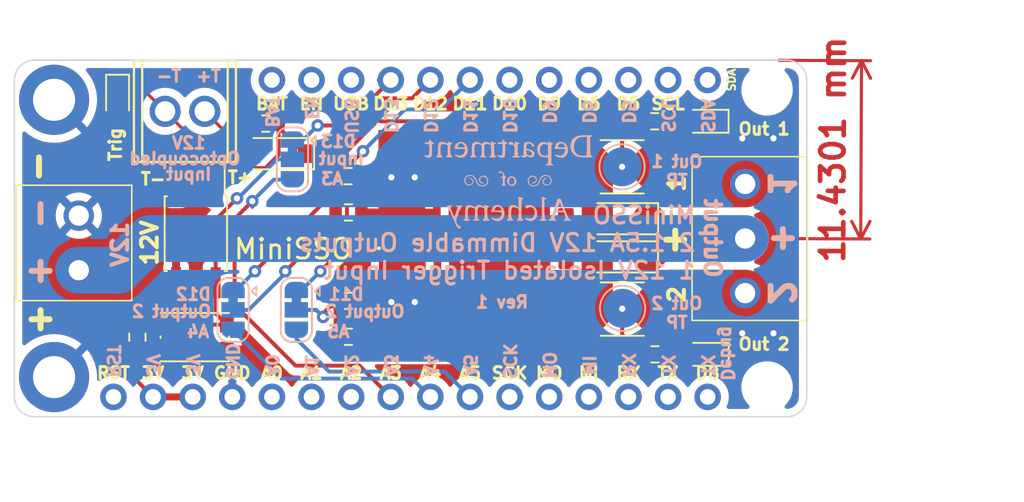
<source format=kicad_pcb>
(kicad_pcb (version 20211014) (generator pcbnew)
  (layers (0 "F.Cu" signal) (31 "B.Cu" signal) (34 "B.Paste" user) (35 "F.Paste" user) (36 "B.SilkS" user "B.Silkscreen") (37 "F.SilkS" user "F.Silkscreen") (38 "B.Mask" user) (39 "F.Mask" user) (44 "Edge.Cuts" user))
  (net 0 "")
  (net 1 "Net-(D2-Pad1)")
  (net 2 "/TRIGGER-")
  (net 3 "GND")
  (net 4 "/TXD0")
  (net 5 "/TX")
  (net 6 "/RX")
  (net 7 "/MISO")
  (net 8 "/MOSI")
  (net 9 "/SCK")
  (net 10 "/A5")
  (net 11 "/A4")
  (net 12 "/A3")
  (net 13 "/A2")
  (net 14 "/A1")
  (net 15 "/A0")
  (net 16 "+3V3")
  (net 17 "/RESET")
  (net 18 "+BATT")
  (net 19 "/EN")
  (net 20 "VBUS")
  (net 21 "/D13")
  (net 22 "/D12")
  (net 23 "/D11")
  (net 24 "/D10")
  (net 25 "/D9")
  (net 26 "/D6")
  (net 27 "/D5")
  (net 28 "/SCL")
  (net 29 "/SDA")
  (net 30 "/TRIGGER+")
  (net 31 "/ISO_INPUT")
  (net 32 "Net-(D1-Pad2)")
  (net 33 "Net-(D3-Pad2)")
  (net 34 "Net-(D4-Pad2)")
  (net 35 "/OutputGnd1")
  (net 36 "Net-(Q1-Pad1)")
  (net 37 "/DataOutput1PWM")
  (net 38 "+12V")
  (net 39 "/OutputGnd2")
  (net 40 "/DataOutput2PWM")
  (net 41 "Net-(D5-Pad2)")
  (net 42 "Net-(D6-Pad2)")
  (net 43 "Net-(Q2-Pad1)")
  (footprint "doa-footprint-library:TO229P991X239-3N" (layer "F.Cu") (at 147.95 84.9 -90)
    (fp_text reference "Q2" hide)
    (fp_text value "MCU30N02-TP")
    (pad "1" smd rect (at -2.3 6.25 270) (size 1.4 3) (layers "F.Cu" "F.Paste" "F.Mask") (net 43 "Net-(Q2-Pad1)"))
    (pad "3" smd rect (at 2.3 6.25 270) (size 1.4 3) (layers "F.Cu" "F.Paste" "F.Mask") (net 3 "GND"))
    (pad "4" smd rect (at 0 0 270) (size 6 6.5) (layers "F.Cu" "F.Paste" "F.Mask") (net 42 "Net-(D6-Pad2)"))
  )
  (footprint "LED_SMD:LED_0603_1608Metric" (layer "F.Cu") (at 123.444 71.9075 -90)
    (fp_text reference "D1" hide)
    (fp_text value "LED ORANGE" hide)
    (pad "1" smd roundrect locked (at -0.7875 0 270) (size 0.875 0.95) (layers "F.Cu" "F.Paste" "F.Mask") (net 2 "/TRIGGER-"))
    (pad "2" smd roundrect locked (at 0.7875 0 270) (size 0.875 0.95) (layers "F.Cu" "F.Paste" "F.Mask") (net 32 "Net-(D1-Pad2)"))
  )
  (footprint "MountingHole:MountingHole_2.7mm_M2.5_ISO14580_Pad" (layer "F.Cu") (at 119.370725 72.029269)
    (fp_text reference "H1" hide)
    (fp_text value "MountingHole_Pad" hide)
    (pad "1" thru_hole circle locked (at 0 0) (size 4.5 4.5) (drill 2.7) (layers *.Cu *.Mask) (net 3 "GND"))
  )
  (footprint "Diode_SMD:D_SOD-123" (layer "F.Cu") (at 155.8544 79.6544 180)
    (fp_text reference "D4" hide)
    (fp_text value "SBA130AS_R1_00001" hide)
    (pad "1" smd rect locked (at -1.65 0 180) (size 0.9 1.2) (layers "F.Cu" "F.Paste" "F.Mask") (net 38 "+12V"))
    (pad "2" smd rect locked (at 1.65 0 180) (size 0.9 1.2) (layers "F.Cu" "F.Paste" "F.Mask") (net 34 "Net-(D4-Pad2)"))
  )
  (footprint "Resistor_SMD:R_0603_1608Metric" (layer "F.Cu") (at 138.25 84.925)
    (fp_text reference "R7" hide)
    (fp_text value "470" hide)
    (pad "1" smd roundrect locked (at -0.825 0) (size 0.8 0.95) (layers "F.Cu" "F.Paste" "F.Mask") (net 40 "/DataOutput2PWM"))
    (pad "2" smd roundrect locked (at 0.825 0) (size 0.8 0.95) (layers "F.Cu" "F.Paste" "F.Mask") (net 43 "Net-(Q2-Pad1)"))
  )
  (footprint "doa-footprint-library:PinHeaderPlain_1x12_P2.54mm_Vertical" (layer "F.Cu") (at 133.340725 70.759269 90)
    (fp_text reference "J5" hide)
    (fp_text value "Conn_01x12" hide)
    (pad "1" thru_hole oval (at 0 0 90) (size 1.7 1.7) (drill 1) (layers *.Cu *.Mask) (net 18 "+BATT"))
    (pad "2" thru_hole oval (at 0 2.54 90) (size 1.7 1.7) (drill 1) (layers *.Cu *.Mask) (net 19 "/EN"))
    (pad "3" thru_hole oval (at 0 5.08 90) (size 1.7 1.7) (drill 1) (layers *.Cu *.Mask) (net 20 "VBUS"))
    (pad "4" thru_hole oval (at 0 7.62 90) (size 1.7 1.7) (drill 1) (layers *.Cu *.Mask) (net 21 "/D13"))
    (pad "5" thru_hole oval (at 0 10.16 90) (size 1.7 1.7) (drill 1) (layers *.Cu *.Mask) (net 22 "/D12"))
    (pad "6" thru_hole oval (at 0 12.7 90) (size 1.7 1.7) (drill 1) (layers *.Cu *.Mask) (net 23 "/D11"))
    (pad "7" thru_hole oval (at 0 15.24 90) (size 1.7 1.7) (drill 1) (layers *.Cu *.Mask) (net 24 "/D10"))
    (pad "8" thru_hole oval (at 0 17.78 90) (size 1.7 1.7) (drill 1) (layers *.Cu *.Mask) (net 25 "/D9"))
    (pad "9" thru_hole oval (at 0 20.32 90) (size 1.7 1.7) (drill 1) (layers *.Cu *.Mask) (net 26 "/D6"))
    (pad "10" thru_hole oval (at 0 22.86 90) (size 1.7 1.7) (drill 1) (layers *.Cu *.Mask) (net 27 "/D5"))
    (pad "11" thru_hole oval (at 0 25.4 90) (size 1.7 1.7) (drill 1) (layers *.Cu *.Mask) (net 28 "/SCL"))
    (pad "12" thru_hole oval (at 0 27.94 90) (size 1.7 1.7) (drill 1) (layers *.Cu *.Mask) (net 29 "/SDA"))
  )
  (footprint "Diode_SMD:D_SOD-123" (layer "F.Cu") (at 155.85 82.1 180)
    (fp_text reference "D6" hide)
    (fp_text value "SBA130AS_R1_00001" hide)
    (pad "1" smd rect locked (at -1.65 0 180) (size 0.9 1.2) (layers "F.Cu" "F.Paste" "F.Mask") (net 38 "+12V"))
    (pad "2" smd rect locked (at 1.65 0 180) (size 0.9 1.2) (layers "F.Cu" "F.Paste" "F.Mask") (net 42 "Net-(D6-Pad2)"))
  )
  (footprint "LED_SMD:LED_0603_1608Metric" (layer "F.Cu") (at 161.15 88.35 180)
    (fp_text reference "D5" hide)
    (fp_text value "LED GREEN" hide)
    (pad "1" smd roundrect locked (at -0.7875 0 180) (size 0.875 0.95) (layers "F.Cu" "F.Paste" "F.Mask") (net 3 "GND"))
    (pad "2" smd roundrect locked (at 0.7875 0 180) (size 0.875 0.95) (layers "F.Cu" "F.Paste" "F.Mask") (net 41 "Net-(D5-Pad2)"))
  )
  (footprint "MountingHole:MountingHole_2.7mm_M2.5_ISO14580" (layer "F.Cu") (at 165.090725 90.444269)
    (fp_text reference "H4" hide)
    (fp_text value "MountingHole" hide)
    (pad "" np_thru_hole circle locked (at 0 0) (size 2.286 2.286) (drill 2.286) (layers F&B.Cu *.Mask))
  )
  (footprint "doa-footprint-library:691214110002" (layer "F.Cu") (at 120.9548 82.9564 90)
    (fp_text reference "J2" hide)
    (fp_text value "Conn_01x02" hide)
    (pad "1" thru_hole circle (at 0 0 90) (size 1.95 1.95) (drill 1.3) (layers *.Cu *.Mask) (net 38 "+12V"))
    (pad "2" thru_hole circle (at 3.5 0 90) (size 1.95 1.95) (drill 1.3) (layers *.Cu *.Mask) (net 3 "GND"))
  )
  (footprint "MountingHole:MountingHole_2.7mm_M2.5_ISO14580_Pad" (layer "F.Cu") (at 119.370725 89.809269)
    (fp_text reference "H3" hide)
    (fp_text value "MountingHole_Pad" hide)
    (pad "1" thru_hole circle locked (at 0 0) (size 4.5 4.5) (drill 2.7) (layers *.Cu *.Mask) (net 3 "GND"))
  )
  (footprint "Resistor_SMD:R_0603_1608Metric" (layer "F.Cu") (at 138.25 87.225)
    (fp_text reference "R6" hide)
    (fp_text value "10K" hide)
    (pad "1" smd roundrect locked (at -0.825 0) (size 0.8 0.95) (layers "F.Cu" "F.Paste" "F.Mask") (net 40 "/DataOutput2PWM"))
    (pad "2" smd roundrect locked (at 0.825 0) (size 0.8 0.95) (layers "F.Cu" "F.Paste" "F.Mask") (net 3 "GND"))
  )
  (footprint "LED_SMD:LED_0603_1608Metric" (layer "F.Cu") (at 161.1376 73.406 180)
    (fp_text reference "D3" hide)
    (fp_text value "LED GREEN" hide)
    (pad "1" smd roundrect locked (at -0.7875 0 180) (size 0.875 0.95) (layers "F.Cu" "F.Paste" "F.Mask") (net 3 "GND"))
    (pad "2" smd roundrect locked (at 0.7875 0 180) (size 0.875 0.95) (layers "F.Cu" "F.Paste" "F.Mask") (net 33 "Net-(D3-Pad2)"))
  )
  (footprint "doa-footprint-library:TO229P991X239-3N" (layer "F.Cu") (at 147.91885 76.962 -90)
    (fp_text reference "Q1" hide)
    (fp_text value "MCU30N02-TP" hide)
    (pad "1" smd rect (at -2.3 6.25 270) (size 1.4 3) (layers "F.Cu" "F.Paste" "F.Mask") (net 36 "Net-(Q1-Pad1)"))
    (pad "3" smd rect (at 2.3 6.25 270) (size 1.4 3) (layers "F.Cu" "F.Paste" "F.Mask") (net 3 "GND"))
    (pad "4" smd rect (at 0 0 270) (size 6 6.5) (layers "F.Cu" "F.Paste" "F.Mask") (net 34 "Net-(D4-Pad2)"))
  )
  (footprint "Resistor_SMD:R_0603_1608Metric" (layer "F.Cu") (at 138.25 79.25)
    (fp_text reference "R3" hide)
    (fp_text value "10K" hide)
    (pad "1" smd roundrect locked (at -0.825 0) (size 0.8 0.95) (layers "F.Cu" "F.Paste" "F.Mask") (net 37 "/DataOutput1PWM"))
    (pad "2" smd roundrect locked (at 0.825 0) (size 0.8 0.95) (layers "F.Cu" "F.Paste" "F.Mask") (net 3 "GND"))
  )
  (footprint "doa-footprint-library:OSTVN02A150" (layer "F.Cu") (at 129.032 72.771)
    (fp_text reference "J1" hide)
    (fp_text value "Conn_01x02" hide)
    (pad "1" thru_hole circle (at -2.54 0) (size 2 2) (drill 1.3) (layers *.Cu *.Mask) (net 2 "/TRIGGER-"))
    (pad "2" thru_hole circle (at 0 0) (size 2 2) (drill 1.3) (layers *.Cu *.Mask) (net 30 "/TRIGGER+"))
  )
  (footprint "Resistor_SMD:R_0603_1608Metric" (layer "F.Cu") (at 132.946525 73.553269)
    (fp_text reference "R11" hide)
    (fp_text value "470" hide)
    (pad "1" smd roundrect locked (at -0.825 0) (size 0.8 0.95) (layers "F.Cu" "F.Paste" "F.Mask") (net 30 "/TRIGGER+"))
    (pad "2" smd roundrect locked (at 0.825 0) (size 0.8 0.95) (layers "F.Cu" "F.Paste" "F.Mask") (net 1 "Net-(D2-Pad1)"))
  )
  (footprint "Resistor_SMD:R_0603_1608Metric" (layer "F.Cu") (at 157.9 88.35)
    (fp_text reference "R5" hide)
    (fp_text value "68" hide)
    (pad "1" smd roundrect locked (at -0.825 0) (size 0.8 0.95) (layers "F.Cu" "F.Paste" "F.Mask") (net 40 "/DataOutput2PWM"))
    (pad "2" smd roundrect locked (at 0.825 0) (size 0.8 0.95) (layers "F.Cu" "F.Paste" "F.Mask") (net 41 "Net-(D5-Pad2)"))
  )
  (footprint "Resistor_SMD:R_0603_1608Metric" (layer "F.Cu") (at 124.714 87.249 90)
    (fp_text reference "R12" hide)
    (fp_text value "1k" hide)
    (pad "1" smd roundrect locked (at -0.825 0 90) (size 0.8 0.95) (layers "F.Cu" "F.Paste" "F.Mask") (net 16 "+3V3"))
    (pad "2" smd roundrect locked (at 0.825 0 90) (size 0.8 0.95) (layers "F.Cu" "F.Paste" "F.Mask") (net 31 "/ISO_INPUT"))
  )
  (footprint "Fuse:Fuse_1812_4532Metric" (layer "F.Cu") (at 155.79285 76.327)
    (fp_text reference "F1" hide)
    (fp_text value "0ZCG0160BF2C" hide)
    (pad "1" smd roundrect locked (at -2.1375 0) (size 1.125 3.4) (layers "F.Cu" "F.Paste" "F.Mask") (roundrect_rratio 0.2222222222) (net 34 "Net-(D4-Pad2)"))
    (pad "2" smd roundrect locked (at 2.1375 0) (size 1.125 3.4) (layers "F.Cu" "F.Paste" "F.Mask") (roundrect_rratio 0.2222222222) (net 35 "/OutputGnd1"))
  )
  (footprint "Fuse:Fuse_1812_4532Metric" (layer "F.Cu") (at 155.8 85.45)
    (fp_text reference "F2" hide)
    (fp_text value "0ZCG0160BF2C" hide)
    (pad "1" smd roundrect locked (at -2.1375 0) (size 1.125 3.4) (layers "F.Cu" "F.Paste" "F.Mask") (roundrect_rratio 0.2222222222) (net 42 "Net-(D6-Pad2)"))
    (pad "2" smd roundrect locked (at 2.1375 0) (size 1.125 3.4) (layers "F.Cu" "F.Paste" "F.Mask") (roundrect_rratio 0.2222222222) (net 39 "/OutputGnd2"))
  )
  (footprint "Button_Switch_SMD:SW_Push_1P1T_NO_CK_KMR2" (layer "F.Cu") (at 128.397 87.249)
    (fp_text reference "SW1" hide)
    (fp_text value "SW_Push" hide)
    (pad "1" smd rect locked (at -2.05 -0.8) (size 0.9 1) (layers "F.Cu" "F.Paste" "F.Mask") (net 31 "/ISO_INPUT"))
    (pad "1" smd rect locked (at 2.05 -0.8) (size 0.9 1) (layers "F.Cu" "F.Paste" "F.Mask") (net 31 "/ISO_INPUT"))
    (pad "2" smd rect locked (at 2.05 0.8) (size 0.9 1) (layers "F.Cu" "F.Paste" "F.Mask") (net 3 "GND"))
    (pad "2" smd rect locked (at -2.05 0.8) (size 0.9 1) (layers "F.Cu" "F.Paste" "F.Mask") (net 3 "GND"))
  )
  (footprint "Resistor_SMD:R_0603_1608Metric" (layer "F.Cu") (at 138.225 76.925)
    (fp_text reference "R4" hide)
    (fp_text value "470" hide)
    (pad "1" smd roundrect locked (at -0.825 0) (size 0.8 0.95) (layers "F.Cu" "F.Paste" "F.Mask") (net 37 "/DataOutput1PWM"))
    (pad "2" smd roundrect locked (at 0.825 0) (size 0.8 0.95) (layers "F.Cu" "F.Paste" "F.Mask") (net 36 "Net-(Q1-Pad1)"))
  )
  (footprint "doa-footprint-library:PinHeaderPlain_1x16_P2.54mm_Vertical" (layer "F.Cu") (at 161.280725 91.079269 -90)
    (fp_text reference "J3" hide)
    (fp_text value "Conn_01x16" hide)
    (pad "1" thru_hole oval (at 0 0 270) (size 1.7 1.7) (drill 1) (layers *.Cu *.Mask) (net 4 "/TXD0"))
    (pad "2" thru_hole oval (at 0 2.54 270) (size 1.7 1.7) (drill 1) (layers *.Cu *.Mask) (net 5 "/TX"))
    (pad "3" thru_hole oval (at 0 5.08 270) (size 1.7 1.7) (drill 1) (layers *.Cu *.Mask) (net 6 "/RX"))
    (pad "4" thru_hole oval (at 0 7.62 270) (size 1.7 1.7) (drill 1) (layers *.Cu *.Mask) (net 7 "/MISO"))
    (pad "5" thru_hole oval (at 0 10.16 270) (size 1.7 1.7) (drill 1) (layers *.Cu *.Mask) (net 8 "/MOSI"))
    (pad "6" thru_hole oval (at 0 12.7 270) (size 1.7 1.7) (drill 1) (layers *.Cu *.Mask) (net 9 "/SCK"))
    (pad "7" thru_hole oval (at 0 15.24 270) (size 1.7 1.7) (drill 1) (layers *.Cu *.Mask) (net 10 "/A5"))
    (pad "8" thru_hole oval (at 0 17.78 270) (size 1.7 1.7) (drill 1) (layers *.Cu *.Mask) (net 11 "/A4"))
    (pad "9" thru_hole oval (at 0 20.32 270) (size 1.7 1.7) (drill 1) (layers *.Cu *.Mask) (net 12 "/A3"))
    (pad "10" thru_hole oval (at 0 22.86 270) (size 1.7 1.7) (drill 1) (layers *.Cu *.Mask) (net 13 "/A2"))
    (pad "11" thru_hole oval (at 0 25.4 270) (size 1.7 1.7) (drill 1) (layers *.Cu *.Mask) (net 14 "/A1"))
    (pad "12" thru_hole oval (at 0 27.94 270) (size 1.7 1.7) (drill 1) (layers *.Cu *.Mask) (net 15 "/A0"))
    (pad "13" thru_hole oval (at 0 30.48 270) (size 1.7 1.7) (drill 1) (layers *.Cu *.Mask) (net 3 "GND"))
    (pad "14" thru_hole oval (at 0 33.02 270) (size 1.7 1.7) (drill 1) (layers *.Cu *.Mask) (net 16 "+3V3"))
    (pad "15" thru_hole oval (at 0 35.56 270) (size 1.7 1.7) (drill 1) (layers *.Cu *.Mask) (net 16 "+3V3"))
    (pad "16" thru_hole oval (at 0 38.1 270) (size 1.7 1.7) (drill 1) (layers *.Cu *.Mask) (net 17 "/RESET"))
  )
  (footprint "doa-footprint-library:691214110003" (layer "F.Cu") (at 163.6824 77.4244 -90)
    (fp_text reference "J4" hide)
    (fp_text value "Conn_01x03" hide)
    (pad "1" thru_hole circle (at 0 0 270) (size 1.95 1.95) (drill 1.3) (layers *.Cu *.Mask) (net 35 "/OutputGnd1"))
    (pad "2" thru_hole circle (at 3.5 0 270) (size 1.95 1.95) (drill 1.3) (layers *.Cu *.Mask) (net 38 "+12V"))
    (pad "3" thru_hole circle (at 7 0 270) (size 1.95 1.95) (drill 1.3) (layers *.Cu *.Mask) (net 39 "/OutputGnd2"))
  )
  (footprint "MountingHole:MountingHole_2.7mm_M2.5_ISO14580" (layer "F.Cu") (at 165.090725 71.394269)
    (fp_text reference "H2" hide)
    (fp_text value "MountingHole" hide)
    (pad "" np_thru_hole circle locked (at 0 0) (size 2.286 2.286) (drill 2.286) (layers F&B.Cu *.Mask))
  )
  (footprint "Resistor_SMD:R_0603_1608Metric" (layer "F.Cu") (at 157.8864 73.406)
    (fp_text reference "R2" hide)
    (fp_text value "68" hide)
    (pad "1" smd roundrect locked (at -0.825 0) (size 0.8 0.95) (layers "F.Cu" "F.Paste" "F.Mask") (net 37 "/DataOutput1PWM"))
    (pad "2" smd roundrect locked (at 0.825 0) (size 0.8 0.95) (layers "F.Cu" "F.Paste" "F.Mask") (net 33 "Net-(D3-Pad2)"))
  )
  (footprint "Package_SO:SO-4_4.4x3.6mm_P2.54mm" (layer "F.Cu") (at 128.463925 80.614469 -90)
    (fp_text reference "U2" hide)
    (fp_text value "LTV-356T" hide)
    (pad "1" smd rect locked (at -3.15 -1.27 270) (size 2 0.64) (layers "F.Cu" "F.Paste" "F.Mask") (net 1 "Net-(D2-Pad1)"))
    (pad "2" smd rect locked (at -3.15 1.27 270) (size 2 0.64) (layers "F.Cu" "F.Paste" "F.Mask") (net 32 "Net-(D1-Pad2)"))
    (pad "3" smd rect locked (at 3.15 1.27 270) (size 2 0.64) (layers "F.Cu" "F.Paste" "F.Mask") (net 3 "GND"))
    (pad "4" smd rect locked (at 3.15 -1.27 270) (size 2 0.64) (layers "F.Cu" "F.Paste" "F.Mask") (net 31 "/ISO_INPUT"))
  )
  (footprint "Diode_SMD:D_SOD-123" (layer "F.Cu") (at 133.797925 75.483669 180)
    (fp_text reference "D2" hide)
    (fp_text value "1N4150W-HE3-08" hide)
    (pad "1" smd rect locked (at -1.65 0 180) (size 0.9 1.2) (layers "F.Cu" "F.Paste" "F.Mask") (net 1 "Net-(D2-Pad1)"))
    (pad "2" smd rect locked (at 1.65 0 180) (size 0.9 1.2) (layers "F.Cu" "F.Paste" "F.Mask") (net 2 "/TRIGGER-"))
  )
  (footprint "TestPoint:TestPoint_Pad_D2.5mm" (layer "B.Cu") (at 155.79285 76.327 180)
    (fp_text reference "TP1" hide)
    (fp_text value "TestPoint" hide)
    (pad "1" smd circle locked (at 0 0 180) (size 2.5 2.5) (layers "B.Cu" "B.Mask") (net 37 "/DataOutput1PWM"))
  )
  (footprint "Jumper:SolderJumper-3_P1.3mm_Bridged12_RoundedPad1.0x1.5mm" (layer "B.Cu") (at 134.6575 75.85 -90)
    (fp_text reference "JP1" hide)
    (fp_text value "SolderJumper_3_Bridged12")
    (fp_poly (pts (xy -0.9 0.3) (xy -0.4 0.3) (xy -0.4 -0.3) (xy -0.9 -0.3)) (layer "B.Cu") (width 0) (fill solid))
    (pad "1" smd custom locked (at -1.3 0 270) (size 1 0.5) (layers "B.Cu" "B.Mask") (net 21 "/D13") (options (clearance outline) (anchor rect)) (primitives (gr_circle (center 0 -0.25) (end 0.5 -0.25) (width 0) (fill yes)) (gr_circle (center 0 0.25) (end 0.5 0.25) (width 0) (fill yes)) (gr_poly (pts (xy 0.55 0.75) (xy 0 0.75) (xy 0 -0.75) (xy 0.55 -0.75)) (width 0) (fill yes))))
    (pad "2" smd rect locked (at 0 0 270) (size 1 1.5) (layers "B.Cu" "B.Mask") (net 31 "/ISO_INPUT"))
    (pad "3" smd custom locked (at 1.3 0 270) (size 1 0.5) (layers "B.Cu" "B.Mask") (net 12 "/A3") (options (clearance outline) (anchor rect)) (primitives (gr_circle (center 0 -0.25) (end 0.5 -0.25) (width 0) (fill yes)) (gr_circle (center 0 0.25) (end 0.5 0.25) (width 0) (fill yes)) (gr_poly (pts (xy 0 0.75) (xy -0.55 0.75) (xy -0.55 -0.75) (xy 0 -0.75)) (width 0) (fill yes))))
  )
  (footprint "Jumper:SolderJumper-3_P1.3mm_Bridged12_RoundedPad1.0x1.5mm" (layer "B.Cu") (at 134.9075 85.5 -90)
    (fp_text reference "JP3" hide)
    (fp_text value "SolderJumper_3_Bridged12")
    (fp_poly (pts (xy -0.9 0.3) (xy -0.4 0.3) (xy -0.4 -0.3) (xy -0.9 -0.3)) (layer "B.Cu") (width 0) (fill solid))
    (pad "1" smd custom locked (at -1.3 0 270) (size 1 0.5) (layers "B.Cu" "B.Mask") (net 23 "/D11") (options (clearance outline) (anchor rect)) (primitives (gr_circle (center 0 -0.25) (end 0.5 -0.25) (width 0) (fill yes)) (gr_circle (center 0 0.25) (end 0.5 0.25) (width 0) (fill yes)) (gr_poly (pts (xy 0.55 0.75) (xy 0 0.75) (xy 0 -0.75) (xy 0.55 -0.75)) (width 0) (fill yes))))
    (pad "2" smd rect locked (at 0 0 270) (size 1 1.5) (layers "B.Cu" "B.Mask") (net 40 "/DataOutput2PWM"))
    (pad "3" smd custom locked (at 1.3 0 270) (size 1 0.5) (layers "B.Cu" "B.Mask") (net 10 "/A5") (options (clearance outline) (anchor rect)) (primitives (gr_circle (center 0 -0.25) (end 0.5 -0.25) (width 0) (fill yes)) (gr_circle (center 0 0.25) (end 0.5 0.25) (width 0) (fill yes)) (gr_poly (pts (xy 0 0.75) (xy -0.55 0.75) (xy -0.55 -0.75) (xy 0 -0.75)) (width 0) (fill yes))))
  )
  (footprint "Jumper:SolderJumper-3_P1.3mm_Bridged12_RoundedPad1.0x1.5mm" (layer "B.Cu") (at 130.85 85.5 -90)
    (fp_text reference "JP2" hide)
    (fp_text value "SolderJumper_3_Bridged12")
    (fp_poly (pts (xy -0.9 0.3) (xy -0.4 0.3) (xy -0.4 -0.3) (xy -0.9 -0.3)) (layer "B.Cu") (width 0) (fill solid))
    (pad "1" smd custom locked (at -1.3 0 270) (size 1 0.5) (layers "B.Cu" "B.Mask") (net 22 "/D12") (options (clearance outline) (anchor rect)) (primitives (gr_circle (center 0 -0.25) (end 0.5 -0.25) (width 0) (fill yes)) (gr_circle (center 0 0.25) (end 0.5 0.25) (width 0) (fill yes)) (gr_poly (pts (xy 0.55 0.75) (xy 0 0.75) (xy 0 -0.75) (xy 0.55 -0.75)) (width 0) (fill yes))))
    (pad "2" smd rect locked (at 0 0 270) (size 1 1.5) (layers "B.Cu" "B.Mask") (net 37 "/DataOutput1PWM"))
    (pad "3" smd custom locked (at 1.3 0 270) (size 1 0.5) (layers "B.Cu" "B.Mask") (net 11 "/A4") (options (clearance outline) (anchor rect)) (primitives (gr_circle (center 0 -0.25) (end 0.5 -0.25) (width 0) (fill yes)) (gr_circle (center 0 0.25) (end 0.5 0.25) (width 0) (fill yes)) (gr_poly (pts (xy 0 0.75) (xy -0.55 0.75) (xy -0.55 -0.75) (xy 0 -0.75)) (width 0) (fill yes))))
  )
  (footprint "TestPoint:TestPoint_Pad_D2.5mm" (layer "B.Cu") (at 155.825 85.4 180)
    (fp_text reference "TP2" hide)
    (fp_text value "TestPoint" hide)
    (pad "1" smd circle locked (at 0 0 180) (size 2.5 2.5) (layers "B.Cu" "B.Mask") (net 40 "/DataOutput2PWM"))
  )
  (footprint "doa-logo:DepartmentOfAlchemyLogo" (layer "B.Cu") (at 148.5 77.3 180)
    (fp_text reference "G***" hide)
    (fp_text value "LOGO" hide)
  )
  (gr_arc (start 118.100725 92.349269) (mid 117.202699 91.977295) (end 116.830725 91.079269) (layer "Edge.Cuts") (width 0.1))
  (gr_line (start 166.360725 92.349269) (end 118.100725 92.349269) (layer "Edge.Cuts") (width 0.1))
  (gr_arc (start 166.360725 69.489269) (mid 167.258751 69.861243) (end 167.630725 70.759269) (layer "Edge.Cuts") (width 0.1))
  (gr_line (start 167.630725 70.759269) (end 167.630725 91.079269) (layer "Edge.Cuts") (width 0.1))
  (gr_arc (start 167.630725 91.079269) (mid 167.258751 91.977295) (end 166.360725 92.349269) (layer "Edge.Cuts") (width 0.1))
  (gr_line (start 116.830725 91.079269) (end 116.830725 70.759269) (layer "Edge.Cuts") (width 0.1))
  (gr_arc (start 116.830725 70.759269) (mid 117.202699 69.861243) (end 118.100725 69.489269) (layer "Edge.Cuts") (width 0.1))
  (gr_line (start 118.100725 69.489269) (end 166.360725 69.489269) (layer "Edge.Cuts") (width 0.1))
  (gr_text "RX" (at 156.200725 89.047269 270) (layer "B.SilkS") (effects (font (size 0.762 0.762) (thickness 0.1905)) (justify mirror)))
  (gr_text "D13" (at 137.6 74.7) (layer "B.SilkS") (effects (font (size 0.762 0.762) (thickness 0.1905)) (justify mirror)))
  (gr_text "1" (at 166 77.4 270) (layer "B.SilkS") (effects (font (size 1.524 1.524) (thickness 0.381)) (justify mirror)))
  (gr_text "Output 2" (at 126.9 85.6) (layer "B.SilkS") (effects (font (size 0.762 0.762) (thickness 0.1905)) (justify mirror)))
  (gr_text "GND" (at 130.800725 88.793269 270) (layer "B.SilkS") (effects (font (size 0.762 0.762) (thickness 0.1905)) (justify mirror)))
  (gr_text "D6" (at 153.660725 72.791269 270) (layer "B.SilkS") (effects (font (size 0.762 0.762) (thickness 0.1905)) (justify mirror)))
  (gr_text "A1" (at 135.880725 89.047269 270) (layer "B.SilkS") (effects (font (size 0.762 0.762) (thickness 0.1905)) (justify mirror)))
  (gr_text "Input" (at 137.8 75.8) (layer "B.SilkS") (effects (font (size 0.762 0.762) (thickness 0.1905)) (justify mirror)))
  (gr_text "T-" (at 126.736725 70.505269) (layer "B.SilkS") (effects (font (size 0.762 0.762) (thickness 0.1905)) (justify mirror)))
  (gr_text "A3" (at 137.2 77.1) (layer "B.SilkS") (effects (font (size 0.762 0.762) (thickness 0.1905)) (justify mirror)))
  (gr_text "12V" (at 128.006725 74.8) (layer "B.SilkS") (effects (font (size 0.762 0.762) (thickness 0.1905)) (justify mirror)))
  (gr_text "USB" (at 138.420725 73.045269 270) (layer "B.SilkS") (effects (font (size 0.762 0.762) (thickness 0.1905)) (justify mirror)))
  (gr_text "D9" (at 151.120725 72.791269 270) (layer "B.SilkS") (effects (font (size 0.762 0.762) (thickness 0.1905)) (justify mirror)))
  (gr_text "Out 2\nTP" (at 159.3 85.7) (layer "B.SilkS") (effects (font (size 0.762 0.762) (thickness 0.1905)) (justify mirror)))
  (gr_text "T+" (at 129.276725 70.505269) (layer "B.SilkS") (effects (font (size 0.762 0.762) (thickness 0.1905)) (justify mirror)))
  (gr_text "SCL" (at 158.740725 73.045269 270) (layer "B.SilkS") (effects (font (size 0.762 0.762) (thickness 0.1905)) (justify mirror)))
  (gr_text "MO" (at 151.120725 89.047269 270) (layer "B.SilkS") (effects (font (size 0.762 0.762) (thickness 0.1905)) (justify mirror)))
  (gr_text "3V" (at 125.720725 89.047269 270) (layer "B.SilkS") (effects (font (size 0.762 0.762) (thickness 0.1905)) (justify mirror)))
  (gr_text "+" (at 166 80.9 90) (layer "B.SilkS") (effects (font (size 1.524 1.524) (thickness 0.381)) (justify mirror)))
  (gr_text "A5" (at 137.6 86.9) (layer "B.SilkS") (effects (font (size 0.762 0.762) (thickness 0.1905)) (justify mirror)))
  (gr_text "D12" (at 143.500725 73.045269 270) (layer "B.SilkS") (effects (font (size 0.762 0.762) (thickness 0.1905)) (justify mirror)))
  (gr_text "Output 2" (at 139.3 85.6) (layer "B.SilkS") (effects (font (size 0.762 0.762) (thickness 0.1905)) (justify mirror)))
  (gr_text "SCK" (at 148.580725 88.793269 270) (layer "B.SilkS") (effects (font (size 0.762 0.762) (thickness 0.1905)) (justify mirror)))
  (gr_text "TX" (at 158.740725 89.047269 270) (layer "B.SilkS") (effects (font (size 0.762 0.762) (thickness 0.1905)) (justify mirror)))
  (gr_text "Optocoupled" (at 127.752725 75.8) (layer "B.SilkS") (effects (font (size 0.762 0.762) (thickness 0.1905)) (justify mirror)))
  (gr_text "D10" (at 148.580725 73.045269 270) (layer "B.SilkS") (effects (font (size 0.762 0.762) (thickness 0.1905)) (justify mirror)))
  (gr_text "D11" (at 146.040725 73.045269 270) (layer "B.SilkS") (effects (font (size 0.762 0.762) (thickness 0.1905)) (justify mirror)))
  (gr_text "D13" (at 140.960725 73.045269 270) (layer "B.SilkS") (effects (font (size 0.762 0.762) (thickness 0.1905)) (justify mirror)))
  (gr_text "Output" (at 161.6 80.9 270) (layer "B.SilkS") (effects (font (size 1.016 1.016) (thickness 0.254)) (justify mirror)))
  (gr_text "A2" (at 138.420725 89.047269 270) (layer "B.SilkS") (effects (font (size 0.762 0.762) (thickness 0.1905)) (justify mirror)))
  (gr_text "BAT" (at 133.340725 72.791269 270) (layer "B.SilkS") (effects (font (size 0.762 0.762) (thickness 0.1905)) (justify mirror)))
  (gr_text "A4" (at 143.500725 89.047269 270) (layer "B.SilkS") (effects (font (size 0.762 0.762) (thickness 0.1905)) (justify mirror)))
  (gr_text "MI" (at 153.660725 89.047269 270) (layer "B.SilkS") (effects (font (size 0.762 0.762) (thickness 0.1905)) (justify mirror)))
  (gr_text "A4" (at 128.6 86.9) (layer "B.SilkS") (effects (font (size 0.762 0.762) (thickness 0.1905)) (justify mirror)))
  (gr_text "Input" (at 128.006725 76.8) (layer "B.SilkS") (effects (font (size 0.762 0.762) (thickness 0.1905)) (justify mirror)))
  (gr_text "EN" (at 135.880725 72.537269 270) (layer "B.SilkS") (effects (font (size 0.762 0.762) (thickness 0.1905)) (justify mirror)))
  (gr_text "SDA" (at 161.280725 73.045269 270) (layer "B.SilkS") (effects (font (size 0.762 0.762) (thickness 0.1905)) (justify mirror)))
  (gr_text "12V" (at 123.6 81.3 90) (layer "B.SilkS") (effects (font (size 1.016 1.016) (thickness 0.254)) (justify mirror)))
  (gr_text "D12" (at 128.3 84.5) (layer "B.SilkS") (effects (font (size 0.762 0.762) (thickness 0.1905)) (justify mirror)))
  (gr_text "Debug" (at 162.550725 88.285269 270) (layer "B.SilkS") (effects (font (size 0.762 0.762) (thickness 0.1905)) (justify mirror)))
  (gr_text "A5" (at 146.040725 89.047269 270) (layer "B.SilkS") (effects (font (size 0.762 0.762) (thickness 0.1905)) (justify mirror)))
  (gr_text "D5" (at 156.200725 72.791269 270) (layer "B.SilkS") (effects (font (size 0.762 0.762) (thickness 0.1905)) (justify mirror)))
  (gr_text "A0" (at 133.340725 89.047269 270) (layer "B.SilkS") (effects (font (size 0.762 0.762) (thickness 0.1905)) (justify mirror)))
  (gr_text "+" (at 118.4 83 90) (layer "B.SilkS") (effects (font (size 1.524 1.524) (thickness 0.381)) (justify mirror)))
  (gr_text "TX" (at 161.280725 89.047269 270) (layer "B.SilkS") (effects (font (size 0.762 0.762) (thickness 0.1905)) (justify mirror)))
  (gr_text "Out 1\nTP" (at 159.3 76.6) (layer "B.SilkS") (effects (font (size 0.762 0.762) (thickness 0.1905)) (justify mirror)))
  (gr_text "RST" (at 123.180725 88.793269 270) (layer "B.SilkS") (effects (font (size 0.762 0.762) (thickness 0.1905)) (justify mirror)))
  (gr_text "2" (at 166 84.4 270) (layer "B.SilkS") (effects (font (size 1.524 1.524) (thickness 0.381)) (justify mirror)))
  (gr_text "D11" (at 138.1 84.5) (layer "B.SilkS") (effects (font (size 0.762 0.762) (thickness 0.1905)) (justify mirror)))
  (gr_text "Rev 1" (at 148.1 85) (layer "B.SilkS") (effects (font (size 0.762 0.762) (thickness 0.1905)) (justify mirror)))
  (gr_text "3V" (at 128.260725 89.047269 270) (layer "B.SilkS") (effects (font (size 0.762 0.762) (thickness 0.1905)) (justify mirror)))
  (gr_text "MiniSSO\n2 1.5A 12V Dimmable Outputs\n1 12V Isolated Trigger Input" (at 160.6 81.2) (layer "B.SilkS") (effects (font (size 1.1 1.1) (thickness 0.2)) (justify left mirror)))
  (gr_text "-" (at 118.4 79.3 90) (layer "B.SilkS") (effects (font (size 1.524 1.524) (thickness 0.381)) (justify mirror)))
  (gr_text "A3" (at 140.960725 89.047269 270) (layer "B.SilkS") (effects (font (size 0.762 0.762) (thickness 0.1905)) (justify mirror)))
  (gr_text "TX" (at 158.740725 89.555269) (layer "F.SilkS") (effects (font (size 0.762 0.762) (thickness 0.1905))))
  (gr_text "D11" (at 146.040725 72.283269) (layer "F.SilkS") (effects (font (size 0.762 0.762) (thickness 0.1905))))
  (gr_text "2" (at 159.3 84.5 90) (layer "F.SilkS") (effects (font (size 1.016 1.016) (thickness 0.254))))
  (gr_text "D10" (at 148.580725 72.283269) (layer "F.SilkS") (effects (font (size 0.762 0.762) (thickness 0.1905))))
  (gr_text "D6" (at 153.660725 72.283269) (layer "F.SilkS") (effects (font (size 0.762 0.762) (thickness 0.1905))))
  (gr_text "A0" (at 133.340725 89.555269) (layer "F.SilkS") (effects (font (size 0.762 0.762) (thickness 0.1905))))
  (gr_text "Trig" (at 123.3 74.9 90) (layer "F.SilkS") (effects (font (size 0.762 0.762) (thickness 0.1905))))
  (gr_text "D5" (at 156.200725 72.283269) (layer "F.SilkS") (effects (font (size 0.762 0.762) (thickness 0.1905))))
  (gr_text "+" (at 159.1 81 90) (layer "F.SilkS") (effects (font (size 1.524 1.524) (thickness 0.381)) (justify mirror)))
  (gr_text "A3" (at 140.960725 89.555269) (layer "F.SilkS") (effects (font (size 0.762 0.762) (thickness 0.1905))))
  (gr_text "A1" (at 135.880725 89.555269) (layer "F.SilkS") (effects (font (size 0.762 0.762) (thickness 0.1905))))
  (gr_text "SCL" (at 158.740725 72.283269) (layer "F.SilkS") (effects (font (size 0.762 0.762) (thickness 0.1905))))
  (gr_text "SDA" (at 162.804725 70.759269 90) (layer "F.SilkS") (effects (font (size 0.508 0.508) (thickness 0.127))))
  (gr_text "Out 1" (at 164.9 73.9) (layer "F.SilkS") (effects (font (size 0.762 0.762) (thickness 0.1905))))
  (gr_text "1" (at 159.3 77.4 90) (layer "F.SilkS") (effects (font (size 1.016 1.016) (thickness 0.254))))
  (gr_text "MO" (at 151.120725 89.555269) (layer "F.SilkS") (effects (font (size 0.762 0.762) (thickness 0.1905))))
  (gr_text "A5" (at 146.040725 89.555269) (layer "F.SilkS") (effects (font (size 0.762 0.762) (thickness 0.1905))))
  (gr_text "3V" (at 125.720725 89.555269) (layer "F.SilkS") (effects (font (size 0.762 0.762) (thickness 0.1905))))
  (gr_text "GND" (at 130.800725 89.555269) (layer "F.SilkS") (effects (font (size 0.762 0.762) (thickness 0.1905))))
  (gr_text "RST" (at 123.180725 89.555269) (layer "F.SilkS") (effects (font (size 0.762 0.762) (thickness 0.1905))))
  (gr_text "RX" (at 156.200725 89.555269) (layer "F.SilkS") (effects (font (size 0.762 0.762) (thickness 0.1905))))
  (gr_text "-" (at 118.3 76.3 90) (layer "F.SilkS") (effects (font (size 1.524 1.524) (thickness 0.381))))
  (gr_text "D9" (at 151.120725 72.283269) (layer "F.SilkS") (effects (font (size 0.762 0.762) (thickness 0.1905))))
  (gr_text "MiniSSO" (at 134.7 81.6) (layer "F.SilkS") (effects (font (size 1.27 1.27) (thickness 0.1905))))
  (gr_text "3V" (at 128.260725 89.555269) (layer "F.SilkS") (effects (font (size 0.762 0.762) (thickness 0.1905))))
  (gr_text "Out 2" (at 164.9 87.7) (layer "F.SilkS") (effects (font (size 0.762 0.762) (thickness 0.1905))))
  (gr_text "BAT" (at 133.340725 72.283269) (layer "F.SilkS") (effects (font (size 0.762 0.762) (thickness 0.1905))))
  (gr_text "T-" (at 125.720725 77.109269) (layer "F.SilkS") (effects (font (size 0.762 0.762) (thickness 0.1905))))
  (gr_text "+" (at 118.4 86.1 90) (layer "F.SilkS") (effects (font (size 1.524 1.524) (thickness 0.381))))
  (gr_text "DB" (at 161.280725 89.555269) (layer "F.SilkS") (effects (font (size 0.762 0.762) (thickness 0.1905))))
  (gr_text "MI" (at 153.660725 89.555269) (layer "F.SilkS") (effects (font (size 0.762 0.762) (thickness 0.1905))))
  (gr_text "D13" (at 140.960725 72.283269) (layer "F.SilkS") (effects (font (size 0.762 0.762) (thickness 0.1905))))
  (gr_text "A2" (at 138.420725 89.555269) (layer "F.SilkS") (effects (font (size 0.762 0.762) (thickness 0.1905))))
  (gr_text "USB" (at 138.420725 72.283269) (layer "F.SilkS") (effects (font (size 0.762 0.762) (thickness 0.1905))))
  (gr_text "D12" (at 143.500725 72.283269) (layer "F.SilkS") (effects (font (size 0.762 0.762) (thickness 0.1905))))
  (gr_text "T+" (at 131.3 77) (layer "F.SilkS") (effects (font (size 0.762 0.762) (thickness 0.1905))))
  (gr_text "12V" (at 125.5 81.2 90) (layer "F.SilkS") (effects (font (size 1.016 1.016) (thickness 0.254))))
  (gr_text "A4" (at 143.500725 89.555269) (layer "F.SilkS") (effects (font (size 0.762 0.762) (thickness 0.1905))))
  (gr_text "SCK" (at 148.580725 89.555269) (layer "F.SilkS") (effects (font (size 0.762 0.762) (thickness 0.1905))))
  (gr_text "EN" (at 135.880725 72.283269) (layer "F.SilkS") (effects (font (size 0.762 0.762) (thickness 0.1905))))
  (dimension (type aligned) (layer "F.Cu") (pts (xy 165.354 69.4944) (xy 165.3032 80.9244)) (height -5.79182) (gr_text "0.4500 in" (at 169.320381 75.227141 89.74535377) (layer "F.Cu") (effects (font (size 1.5 1.5) (thickness 0.3)))) (format (units 3) (units_format 1) (precision 4)) (style (thickness 0.2) (arrow_length 1.27) (text_position_mode 0) (extension_height 0.58642) (extension_offset 0.5) keep_text_aligned))
  (segment (start 131.8 71.5) (end 131.8 71.6) (width 0.25) (layer "F.Cu") (net 0))
  (segment (start 133.771525 73.553269) (end 133.771525 75.559091) (width 0.25) (layer "F.Cu") (net 1))
  (segment (start 133.771525 73.807269) (end 133.771525 73.553269) (width 0.25) (layer "F.Cu") (net 1))
  (segment (start 135.447925 75.483669) (end 133.771525 73.807269) (width 0.25) (layer "F.Cu") (net 1))
  (segment (start 132.922436 76.40818) (end 130.790214 76.40818) (width 0.25) (layer "F.Cu") (net 1))
  (segment (start 130.790214 76.40818) (end 129.733925 77.464469) (width 0.25) (layer "F.Cu") (net 1))
  (segment (start 133.771525 75.559091) (end 132.922436 76.40818) (width 0.25) (layer "F.Cu") (net 1))
  (segment (start 126.492 72.771) (end 124.841 71.12) (width 0.2) (layer "F.Cu") (net 2))
  (segment (start 124.841 71.12) (end 123.444 71.12) (width 0.2) (layer "F.Cu") (net 2))
  (segment (start 132.147925 75.483669) (end 129.204669 75.483669) (width 0.2) (layer "F.Cu") (net 2))
  (segment (start 129.204669 75.483669) (end 126.492 72.771) (width 0.2) (layer "F.Cu") (net 2))
  (segment (start 139.075 87.225) (end 139.1 87.2) (width 0.25) (layer "F.Cu") (net 3))
  (segment (start 139.075 79.25) (end 139.087 79.262) (width 0.25) (layer "F.Cu") (net 3))
  (segment (start 139.1 87.2) (end 141.7 87.2) (width 0.25) (layer "F.Cu") (net 3))
  (segment (start 139.087 79.262) (end 141.66885 79.262) (width 0.25) (layer "F.Cu") (net 3))
  (via (at 163.5 74.5) (size 0.8) (drill 0.4) (layers "F.Cu" "B.Cu") (net 3))
  (via (at 163.5 87) (size 0.8) (drill 0.4) (layers "F.Cu" "B.Cu") (net 3))
  (via (at 141 85) (size 0.8) (drill 0.4) (layers "F.Cu" "B.Cu") (net 3))
  (via (at 142.5 77) (size 0.8) (drill 0.4) (layers "F.Cu" "B.Cu") (net 3))
  (via (at 165.5 87) (size 0.8) (drill 0.4) (layers "F.Cu" "B.Cu") (net 3))
  (via (at 142.5 85) (size 0.8) (drill 0.4) (layers "F.Cu" "B.Cu") (net 3))
  (via (at 141 77) (size 0.8) (drill 0.4) (layers "F.Cu" "B.Cu") (net 3))
  (via (at 165.5 74.5) (size 0.8) (drill 0.4) (layers "F.Cu" "B.Cu") (net 3))
  (segment (start 149.342725 91.079269) (end 148.580725 91.079269) (width 0.25) (layer "F.Cu") (net 9))
  (segment (start 134.9075 87.3575) (end 137.005238 89.455238) (width 0.25) (layer "B.Cu") (net 10))
  (segment (start 134.9075 86.8) (end 134.9075 87.3575) (width 0.25) (layer "B.Cu") (net 10))
  (segment (start 137.005238 89.455238) (end 144.416694 89.455238) (width 0.25) (layer "B.Cu") (net 10))
  (segment (start 144.416694 89.455238) (end 146.040725 91.079269) (width 0.25) (layer "B.Cu") (net 10))
  (segment (start 133.954758 89.904758) (end 142.326214 89.904758) (width 0.25) (layer "B.Cu") (net 11))
  (segment (start 130.85 86.8) (end 133.954758 89.904758) (width 0.25) (layer "B.Cu") (net 11))
  (segment (start 142.326214 89.904758) (end 143.500725 91.079269) (width 0.25) (layer "B.Cu") (net 11))
  (segment (start 130.95 79.662176) (end 132.08338 78.528796) (width 0.25) (layer "F.Cu") (net 12))
  (segment (start 132.08338 78.71662) (end 132.08338 78.89162) (width 0.25) (layer "F.Cu") (net 12))
  (segment (start 132.08338 78.528796) (end 132.08338 78.71662) (width 0.25) (layer "F.Cu") (net 12))
  (segment (start 134.85 89.075) (end 130.95 85.175) (width 0.25) (layer "F.Cu") (net 12))
  (segment (start 138.956456 89.075) (end 134.85 89.075) (width 0.25) (layer "F.Cu") (net 12))
  (segment (start 140.960725 91.079269) (end 138.956456 89.075) (width 0.25) (layer "F.Cu") (net 12))
  (segment (start 130.95 85.175) (end 130.95 79.662176) (width 0.25) (layer "F.Cu") (net 12))
  (via (at 132.08338 78.528796) (size 0.8) (drill 0.4) (layers "F.Cu" "B.Cu") (net 12))
  (segment (start 134.6575 77.15) (end 133.462176 77.15) (width 0.25) (layer "B.Cu") (net 12))
  (segment (start 133.462176 77.15) (end 132.08338 78.528796) (width 0.25) (layer "B.Cu") (net 12))
  (segment (start 134.6575 77.15) (end 134.525 77.15) (width 0.25) (layer "B.Cu") (net 12))
  (segment (start 124.714 90.072544) (end 125.720725 91.079269) (width 0.25) (layer "F.Cu") (net 16))
  (segment (start 128.260725 90.562655) (end 128.260725 91.079269) (width 0.25) (layer "F.Cu") (net 16))
  (segment (start 124.714 88.074) (end 124.714 90.072544) (width 0.25) (layer "F.Cu") (net 16))
  (segment (start 128.260725 91.079269) (end 125.720725 91.079269) (width 0.45) (layer "F.Cu") (net 16))
  (segment (start 136.275 73.675) (end 138.044994 73.675) (width 0.25) (layer "F.Cu") (net 21))
  (segment (start 138.044994 73.675) (end 140.960725 70.759269) (width 0.25) (layer "F.Cu") (net 21))
  (via (at 136.275 73.675) (size 0.8) (drill 0.4) (layers "F.Cu" "B.Cu") (net 21))
  (segment (start 134.6575 74.55) (end 135.4 74.55) (width 0.25) (layer "B.Cu") (net 21))
  (segment (start 140.183587 70.759269) (end 140.960725 70.759269) (width 0.25) (layer "B.Cu") (net 21))
  (segment (start 135.4 74.55) (end 136.275 73.675) (width 0.25) (layer "B.Cu") (net 21))
  (segment (start 136.675 75.733006) (end 140.474226 71.93378) (width 0.25) (layer "F.Cu") (net 22))
  (segment (start 132.25 83.0239) (end 136.675 78.5989) (width 0.25) (layer "F.Cu") (net 22))
  (segment (start 143.500725 71.007541) (end 143.500725 70.759269) (width 0.25) (layer "F.Cu") (net 22))
  (segment (start 142.326214 71.93378) (end 143.500725 70.759269) (width 0.25) (layer "F.Cu") (net 22))
  (segment (start 136.675 78.5989) (end 136.675 75.733006) (width 0.25) (layer "F.Cu") (net 22))
  (segment (start 140.474226 71.93378) (end 142.326214 71.93378) (width 0.25) (layer "F.Cu") (net 22))
  (via (at 132.25 83.0239) (size 0.8) (drill 0.4) (layers "F.Cu" "B.Cu") (net 22))
  (segment (start 130.85 84.2) (end 131.0739 84.2) (width 0.25) (layer "B.Cu") (net 22))
  (segment (start 131.0739 84.2) (end 132.25 83.0239) (width 0.25) (layer "B.Cu") (net 22))
  (segment (start 138.14952 81.32438) (end 138.14952 76.356906) (width 0.25) (layer "F.Cu") (net 23))
  (segment (start 136.45 83.0239) (end 138.14952 81.32438) (width 0.25) (layer "F.Cu") (net 23))
  (segment (start 138.14952 76.356906) (end 139.178213 75.328213) (width 0.25) (layer "F.Cu") (net 23))
  (via (at 139.178213 75.328213) (size 0.8) (drill 0.4) (layers "F.Cu" "B.Cu") (net 23))
  (via (at 136.45 83.0239) (size 0.8) (drill 0.4) (layers "F.Cu" "B.Cu") (net 23))
  (segment (start 139.178213 75.328213) (end 141.856426 72.65) (width 0.25) (layer "B.Cu") (net 23))
  (segment (start 134.9075 84.2) (end 135.2739 84.2) (width 0.25) (layer "B.Cu") (net 23))
  (segment (start 141.856426 72.65) (end 144.149994 72.65) (width 0.25) (layer "B.Cu") (net 23))
  (segment (start 144.149994 72.65) (end 146.040725 70.759269) (width 0.25) (layer "B.Cu") (net 23))
  (segment (start 135.2739 84.2) (end 136.45 83.0239) (width 0.25) (layer "B.Cu") (net 23))
  (segment (start 150.934725 70.945269) (end 151.120725 70.759269) (width 0.25) (layer "F.Cu") (net 25))
  (segment (start 153.484725 70.935269) (end 153.660725 70.759269) (width 0.25) (layer "F.Cu") (net 26))
  (segment (start 161.280725 70.759269) (end 160.518725 70.759269) (width 0.25) (layer "F.Cu") (net 29))
  (segment (start 132.121525 73.553269) (end 131.613525 74.061269) (width 0.2) (layer "F.Cu") (net 30))
  (segment (start 130.322269 74.061269) (end 129.032 72.771) (width 0.2) (layer "F.Cu") (net 30))
  (segment (start 131.613525 74.061269) (end 130.322269 74.061269) (width 0.2) (layer "F.Cu") (net 30))
  (segment (start 129.733925 79.716075) (end 129.733925 83.764469) (width 0.25) (layer "F.Cu") (net 31))
  (segment (start 131.1 78.35) (end 129.733925 79.716075) (width 0.25) (layer "F.Cu") (net 31))
  (segment (start 129.733925 85.735925) (end 130.447 86.449) (width 0.25) (layer "F.Cu") (net 31))
  (segment (start 124.739 86.449) (end 124.714 86.424) (width 0.25) (layer "F.Cu") (net 31))
  (segment (start 126.347 86.449) (end 124.739 86.449) (width 0.25) (layer "F.Cu") (net 31))
  (segment (start 129.733925 83.764469) (end 129.733925 85.735925) (width 0.25) (layer "F.Cu") (net 31))
  (segment (start 126.347 86.449) (end 130.447 86.449) (width 0.25) (layer "F.Cu") (net 31))
  (via (at 131.1 78.35) (size 0.8) (drill 0.4) (layers "F.Cu" "B.Cu") (net 31))
  (segment (start 133.6575 75.85) (end 131.1575 78.35) (width 0.25) (layer "B.Cu") (net 31))
  (segment (start 131.1575 78.35) (end 131.1 78.35) (width 0.25) (layer "B.Cu") (net 31))
  (segment (start 134.6575 75.85) (end 133.6575 75.85) (width 0.25) (layer "B.Cu") (net 31))
  (segment (start 123.444 72.695) (end 123.444 75.882) (width 0.25) (layer "F.Cu") (net 32))
  (segment (start 125.026469 77.464469) (end 127.193925 77.464469) (width 0.25) (layer "F.Cu") (net 32))
  (segment (start 123.444 75.882) (end 125.026469 77.464469) (width 0.25) (layer "F.Cu") (net 32))
  (segment (start 158.7114 73.406) (end 160.3501 73.406) (width 0.25) (layer "F.Cu") (net 33))
  (segment (start 154.2044 76.87605) (end 153.65535 76.327) (width 2) (layer "F.Cu") (net 34))
  (segment (start 147.91885 76.962) (end 153.02035 76.962) (width 3) (layer "F.Cu") (net 34))
  (segment (start 154.2044 79.6544) (end 154.2044 76.87605) (width 2) (layer "F.Cu") (net 34))
  (segment (start 153.02035 76.962) (end 153.65535 76.327) (width 3) (layer "F.Cu") (net 34))
  (segment (start 159.02775 77.4244) (end 157.93035 76.327) (width 3) (layer "F.Cu") (net 35))
  (segment (start 163.6824 77.4244) (end 159.02775 77.4244) (width 3) (layer "F.Cu") (net 35))
  (segment (start 139.05 76.925) (end 139.40585 76.925) (width 0.25) (layer "F.Cu") (net 36))
  (segment (start 139.40585 76.925) (end 141.66885 74.662) (width 0.25) (layer "F.Cu") (net 36))
  (segment (start 140.075828 73.406) (end 157.0614 73.406) (width 0.25) (layer "F.Cu") (net 37))
  (segment (start 137.4 76.925) (end 137.4 76.081828) (width 0.25) (layer "F.Cu") (net 37))
  (segment (start 137.425 76.95) (end 137.4 76.925) (width 0.25) (layer "F.Cu") (net 37))
  (segment (start 134.2 83.0239) (end 137.425 79.7989) (width 0.25) (layer "F.Cu") (net 37))
  (segment (start 137.425 79.7989) (end 137.425 79.25) (width 0.25) (layer "F.Cu") (net 37))
  (segment (start 137.4 76.081828) (end 140.075828 73.406) (width 0.25) (layer "F.Cu") (net 37))
  (segment (start 155.79285 74.67455) (end 155.79285 76.327) (width 0.25) (layer "F.Cu") (net 37))
  (segment (start 157.0614 73.406) (end 155.79285 74.67455) (width 0.25) (layer "F.Cu") (net 37))
  (segment (start 137.425 79.25) (end 137.425 76.95) (width 0.25) (layer "F.Cu") (net 37))
  (via (at 155.79285 76.327) (size 0.8) (drill 0.4) (layers "F.Cu" "B.Cu") (net 37))
  (via (at 134.2 83.0239) (size 0.8) (drill 0.4) (layers "F.Cu" "B.Cu") (net 37))
  (segment (start 130.85 85.5) (end 131.85 85.5) (width 0.25) (layer "B.Cu") (net 37))
  (segment (start 134.2 83.15) (end 134.2 83.0239) (width 0.25) (layer "B.Cu") (net 37))
  (segment (start 131.85 85.5) (end 134.2 83.15) (width 0.25) (layer "B.Cu") (net 37))
  (segment (start 157.5 82.1) (end 158.85 80.75) (width 2) (layer "F.Cu") (net 38))
  (segment (start 158.85 80.75) (end 159.0244 80.9244) (width 2) (layer "F.Cu") (net 38))
  (segment (start 157.5044 79.6544) (end 157.5044 82.0956) (width 2) (layer "F.Cu") (net 38))
  (segment (start 159.0244 80.9244) (end 163.6824 80.9244) (width 2) (layer "F.Cu") (net 38))
  (segment (start 157.5044 82.0956) (end 157.5 82.1) (width 2) (layer "F.Cu") (net 38))
  (segment (start 123.4948 82.9564) (end 125.5268 80.9244) (width 3) (layer "B.Cu") (net 38))
  (segment (start 125.5268 80.9244) (end 163.6824 80.9244) (width 3) (layer "B.Cu") (net 38))
  (segment (start 120.9548 82.9564) (end 123.4948 82.9564) (width 3) (layer "B.Cu") (net 38))
  (segment (start 163.6824 84.4244) (end 158.9631 84.4244) (width 3) (layer "F.Cu") (net 39))
  (segment (start 158.9631 84.4244) (end 157.9375 85.45) (width 3) (layer "F.Cu") (net 39))
  (segment (start 136.625 85.95) (end 136.625 85.725) (width 0.25) (layer "F.Cu") (net 40))
  (segment (start 155.8 87.075) (end 155.8 85.425) (width 0.25) (layer "F.Cu") (net 40))
  (segment (start 137.425 87.225) (end 138.55 88.35) (width 0.25) (layer "F.Cu") (net 40))
  (segment (start 137.425 87.225) (end 137.425 84.925) (width 0.25) (layer "F.Cu") (net 40))
  (segment (start 136.625 85.725) (end 137.425 84.925) (width 0.25) (layer "F.Cu") (net 40))
  (segment (start 138.55 88.35) (end 157.075 88.35) (width 0.25) (layer "F.Cu") (net 40))
  (segment (start 157.075 88.35) (end 155.8 87.075) (width 0.25) (layer "F.Cu") (net 40))
  (via (at 136.625 85.95) (size 0.8) (drill 0.4) (layers "F.Cu" "B.Cu") (net 40))
  (via (at 155.8 85.425) (size 0.8) (drill 0.4) (layers "F.Cu" "B.Cu") (net 40))
  (segment (start 136.175 85.5) (end 136.625 85.95) (width 0.25) (layer "B.Cu") (net 40))
  (segment (start 134.9075 85.5) (end 136.175 85.5) (width 0.25) (layer "B.Cu") (net 40))
  (segment (start 158.725 88.35) (end 160.3625 88.35) (width 0.25) (layer "F.Cu") (net 41))
  (segment (start 153.1125 84.9) (end 153.6625 85.45) (width 3) (layer "F.Cu") (net 42))
  (segment (start 154.2 84.9125) (end 153.6625 85.45) (width 2) (layer "F.Cu") (net 42))
  (segment (start 147.95 84.9) (end 153.1125 84.9) (width 3) (layer "F.Cu") (net 42))
  (segment (start 154.2 82.1) (end 154.2 84.9125) (width 2) (layer "F.Cu") (net 42))
  (segment (start 141.4 82.6) (end 141.7 82.6) (width 0.25) (layer "F.Cu") (net 43))
  (segment (start 139.075 84.925) (end 141.4 82.6) (width 0.25) (layer "F.Cu") (net 43))
  (zone (net 3) (net_name "GND") (layer "F.Cu") (connect_pads (clearance 0.508)) (min_thickness 0.254) (fill yes (thermal_gap 0.508) (thermal_bridge_width 0.508))
    (polygon (pts (xy 167.005 69.977) (xy 167.259 70.231) (xy 167.386 70.612) (xy 167.386 91.059) (xy 167.132 91.694) (xy 166.751 92.075) (xy 117.856 92.075) (xy 117.475 91.821) (xy 117.094 91.44) (xy 116.967 91.313) (xy 116.967 91.186) (xy 116.967 70.612) (xy 117.221 70.104) (xy 117.602 69.85) (xy 117.856 69.723) (xy 166.624 69.723)))
  )
  (zone (net 3) (net_name "GND") (layer "B.Cu") (connect_pads (clearance 0.508)) (min_thickness 0.254) (fill yes (thermal_gap 0.508) (thermal_bridge_width 0.508))
    (polygon (pts (xy 167.259 70.231) (xy 167.386 70.612) (xy 167.386 91.059) (xy 167.132 91.694) (xy 166.751 92.075) (xy 117.856 92.075) (xy 117.475 91.821) (xy 116.967 91.313) (xy 116.967 70.612) (xy 117.221 70.104) (xy 117.602 69.85) (xy 117.983 69.723) (xy 166.751 69.723)))
  )
)
</source>
